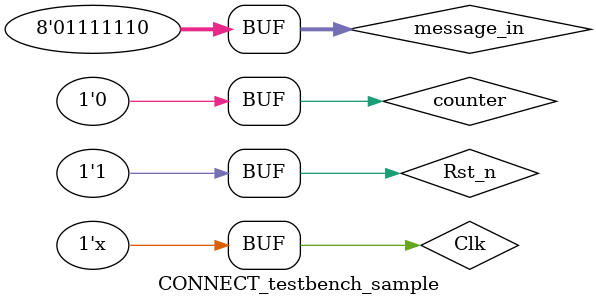
<source format=v>

`ifndef XST_SYNTH

`timescale 1ns / 1ps



module CONNECT_testbench_sample();
  parameter HalfClkPeriod = 5;
  localparam ClkPeriod = 2*HalfClkPeriod;

  // non-VC routers still reeserve 1 dummy bit for VC.
  //localparam vc_bits = (`NUM_VCS > 1) ? $clog2(`NUM_VCS) : 1;
  //localparam dest_bits = $clog2(`NUM_USER_RECV_PORTS);
  //localparam flit_port_width = 2 /*valid and tail bits*/+ `FLIT_DATA_WIDTH + dest_bits + vc_bits;
  //localparam credit_port_width = 1 + vc_bits; // 1 valid bit
  localparam test_cycles = 20;

  reg Clk;
  reg Rst_n;
  reg counter = 0;
  wire dummy;
  wire [31:0] _B;
  reg [7:0] message_in;
  // input regs
  //reg send_flit [0:`NUM_USER_SEND_PORTS-1]; // enable sending flits
  //reg [flit_port_width-1:0] flit_in [0:`NUM_USER_SEND_PORTS-1]; // send port inputs

  //reg send_credit [0:`NUM_USER_RECV_PORTS-1]; // enable sending credits
  //reg [credit_port_width-1:0] credit_in [0:`NUM_USER_RECV_PORTS-1]; //recv port credits

  // output wires
  //wire [credit_port_width-1:0] credit_out [0:`NUM_USER_SEND_PORTS-1];
  //wire [flit_port_width-1:0] flit_out [0:`NUM_USER_RECV_PORTS-1];

  reg [31:0] cycle;
  //integer i;
wire i_data_valid_o;
  // packet fields
  //reg is_valid;
  //reg is_tail;
  //reg [dest_bits-1:0] dest;
  //reg [vc_bits-1:0]   vc;
  //reg [`FLIT_DATA_WIDTH-1:0] data;

  // Generate Clock
  initial Clk = 0;
  always #(HalfClkPeriod) Clk = ~Clk;

  // Run simulation 
  initial begin
	message_in = 8'h7E;
    cycle = 0;
    $display("---- Performing Reset ----");
    Rst_n = 0; // perform reset (active low) 
    #(5*ClkPeriod+HalfClkPeriod); 
    Rst_n = 1; 
    #(HalfClkPeriod);
  end


  // Monitor arriving flits
  always @ (posedge Clk) begin
    cycle <= cycle + 1;
    if(counter == 1) begin // valid flit
        $display("@%3d: End time of process", cycle);
		//$finish;
      end
    end


  PE hello(.Clk(Clk), .Rst_n(Rst_n), .i_data_valid(i_data_valid_o), .message_in(message_in), ._B(_B));
  // Add your code to handle flow control here (sending receiving credits)

endmodule

`endif

</source>
